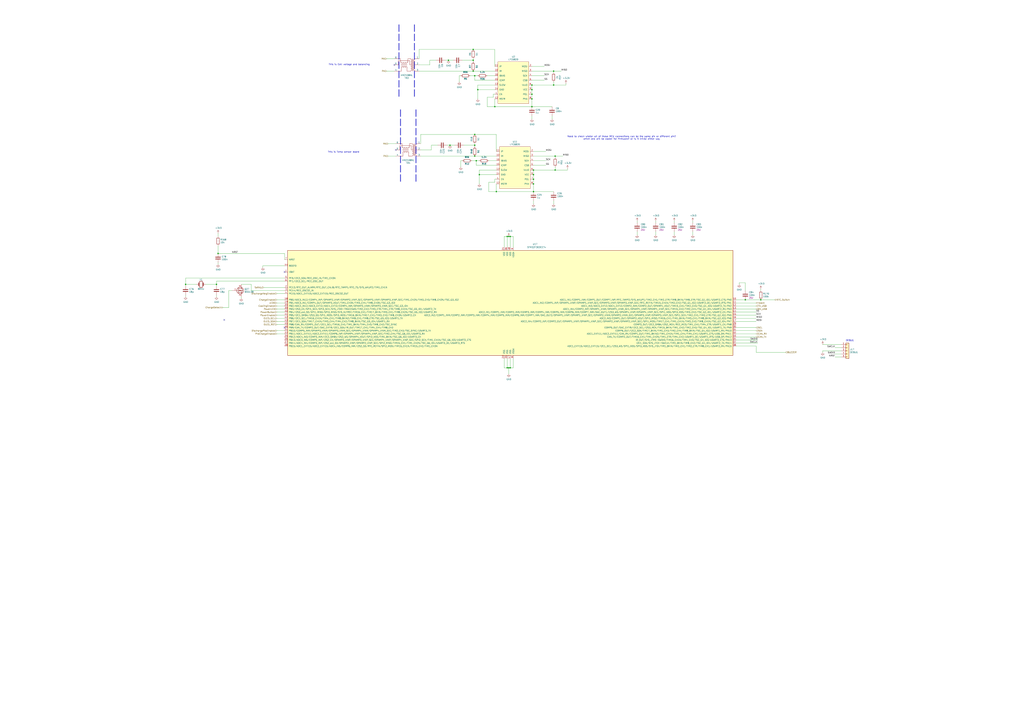
<source format=kicad_sch>
(kicad_sch (version 20250114) (generator "eeschema") (generator_version "9.0")
  (paper "A1")
  (lib_symbols
    (symbol "BMS-Master-rescue:+3.3V-power-BMS-Master-rescue" (power) (pin_names (offset 0))
      (property "Value" "+3.3V-power-BMS-Master-rescue" (at 0 3.556 0))
      (symbol "+3.3V-power-BMS-Master-rescue_1_1"
        (pin power_in line (at 0 0 90) (length 0) (hide yes) (name "+3V3") (number "1"))
      )
    )
    (symbol "BMS-Master-rescue:BSS138-Transistor_FET-BMS-Master-rescue" (pin_names (offset 0) (hide yes))
      (property "Reference" "Q" (at 5.08 1.905 0))
      (property "Value" "BSS138-Transistor_FET-BMS-Master-rescue" (at 5.08 0 0))
      (symbol "BSS138-Transistor_FET-BMS-Master-rescue_1_1"
        (pin input line (at -5.08 0 0) (length 5.334) (name "G") (number "1"))
        (pin passive line (at 2.54 5.08 270) (length 2.54) (name "D") (number "3"))
        (pin passive line (at 2.54 -5.08 90) (length 2.54) (name "S") (number "2"))
      )
    )
    (symbol "BMS-Master-rescue:C-Device-BMS-Master-rescue" (pin_numbers (hide yes)) (pin_names (offset 0.254))
      (property "Reference" "C" (at 0.635 2.54 0))
      (property "Value" "C-Device-BMS-Master-rescue" (at 0.635 -2.54 0))
      (symbol "C-Device-BMS-Master-rescue_1_1"
        (pin passive line (at 0 3.81 270) (length 2.794) (name "~") (number "1"))
        (pin passive line (at 0 -3.81 90) (length 2.794) (name "~") (number "2"))
      )
    )
    (symbol "BMS-Master-rescue:Conn_01x05-Connector_Generic-BMS-Master-rescue" (pin_names (offset 1.016) (hide yes))
      (property "Reference" "J" (at 0 7.62 0))
      (property "Value" "Conn_01x05-Connector_Generic-BMS-Master-rescue" (at 0 -7.62 0))
      (symbol "Conn_01x05-Connector_Generic-BMS-Master-rescue_1_1"
        (pin passive line (at -5.08 5.08 0) (length 3.81) (name "Pin_1") (number "1"))
        (pin passive line (at -5.08 2.54 0) (length 3.81) (name "Pin_2") (number "2"))
        (pin passive line (at -5.08 0 0) (length 3.81) (name "Pin_3") (number "3"))
        (pin passive line (at -5.08 -2.54 0) (length 3.81) (name "Pin_4") (number "4"))
        (pin passive line (at -5.08 -5.08 0) (length 3.81) (name "Pin_5") (number "5"))
      )
    )
    (symbol "BMS-Master-rescue:Crystal-Device-BMS-Master-rescue" (pin_numbers (hide yes)) (pin_names (offset 1.016) (hide yes))
      (property "Reference" "Y" (at 0 3.81 0))
      (property "Value" "Crystal-Device-BMS-Master-rescue" (at 0 -3.81 0))
      (symbol "Crystal-Device-BMS-Master-rescue_1_1"
        (pin passive line (at -3.81 0 0) (length 1.27) (name "1") (number "1"))
        (pin passive line (at 3.81 0 180) (length 1.27) (name "2") (number "2"))
      )
    )
    (symbol "BMS-Master-rescue:GND-power-BMS-Master-rescue" (power) (pin_names (offset 0))
      (property "Value" "GND-power-BMS-Master-rescue" (at 0 -3.81 0))
      (symbol "GND-power-BMS-Master-rescue_1_1"
        (pin power_in line (at 0 0 270) (length 0) (hide yes) (name "GND") (number "1"))
      )
    )
    (symbol "BMS-Master-rescue:R-Device-BMS-Master-rescue" (pin_numbers (hide yes)) (pin_names (offset 0))
      (property "Reference" "R" (at 2.032 0 90))
      (property "Value" "R-Device-BMS-Master-rescue" (at 0 0 90))
      (symbol "R-Device-BMS-Master-rescue_1_1"
        (pin passive line (at 0 3.81 270) (length 1.27) (name "~") (number "1"))
        (pin passive line (at 0 -3.81 90) (length 1.27) (name "~") (number "2"))
      )
    )
    (symbol "BMS-Master-rescue:STM32F303CCTx-MCU_ST_STM32-BMS-Master-rescue" (pin_names (offset 1.016))
      (property "Reference" "U" (at -182.88 43.815 0))
      (property "Value" "STM32F303CCTx-MCU_ST_STM32-BMS-Master-rescue" (at 182.88 43.815 0))
      (symbol "STM32F303CCTx-MCU_ST_STM32-BMS-Master-rescue_1_1"
        (pin input line (at -185.42 35.56 0) (length 2.54) (name "NRST") (number "7"))
        (pin input line (at -185.42 30.48 0) (length 2.54) (name "BOOT0") (number "44"))
        (pin power_in line (at -185.42 25.4 0) (length 2.54) (name "VBAT") (number "1"))
        (pin input line (at -185.42 20.32 0) (length 2.54) (name "PF0/I2C2_SDA/RCC_OSC_IN/TIM1_CH3N") (number "5"))
        (pin input line (at -185.42 17.78 0) (length 2.54) (name "PF1/I2C2_SCL/RCC_OSC_OUT") (number "6"))
        (pin bidirectional line (at -185.42 12.7 0) (length 2.54) (name "PC13/RTC_OUT_ALARM/RTC_OUT_CALIB/RTC_TAMP1/RTC_TS/SYS_WKUP2/TIM1_CH1N") (number "2"))
        (pin bidirectional line (at -185.42 10.16 0) (length 2.54) (name "PC14/RCC_OSC32_IN") (number "3"))
        (pin bidirectional line (at -185.42 7.62 0) (length 2.54) (name "PC15/ADC1_EXTI15/ADC2_EXTI15/RCC_OSC32_OUT") (number "4"))
        (pin bidirectional line (at -185.42 2.54 0) (length 2.54) (name "PB0/ADC3_IN12/COMP4_INP/OPAMP2_VINP/OPAMP2_VINP_SEC/OPAMP3_VINP/OPAMP3_VINP_SEC/TIM1_CH2N/TIM3_CH3/TIM8_CH2N/TSC_G3_IO2") (number "18"))
        (pin bidirectional line (at -185.42 0 0) (length 2.54) (name "PB1/ADC3_IN1/COMP4_OUT/OPAMP3_VOUT/TIM1_CH3N/TIM3_CH4/TIM8_CH3N/TSC_G3_IO3") (number "19"))
        (pin bidirectional line (at -185.42 -2.54 0) (length 2.54) (name "PB2/ADC2_IN12/ADC3_EXTI2/ADC4_EXTI2/COMP4_INM/OPAMP3_VINM/OPAMP3_VINM_SEC/TSC_G3_IO4") (number "20"))
        (pin bidirectional line (at -185.42 -5.08 0) (length 2.54) (name "PB3/I2S3_CK/SPI1_SCK/SPI3_SCK/SYS_JTDO-TRACESWO/TIM2_CH2/TIM3_ETR/TIM4_ETR/TIM8_CH1N/TSC_G5_IO1/USART2_TX") (number "39"))
        (pin bidirectional line (at -185.42 -7.62 0) (length 2.54) (name "PB4/I2S3_ext_SD/SPI1_MISO/SPI3_MISO/SYS_NJTRST/TIM16_CH1/TIM17_BKIN/TIM3_CH1/TIM8_CH2N/TSC_G5_IO2/USART2_RX") (number "40"))
        (pin bidirectional line (at -185.42 -10.16 0) (length 2.54) (name "PB5/I2C1_SMBA/I2S3_SD/SPI1_MOSI/SPI3_MOSI/TIM16_BKIN/TIM17_CH1/TIM3_CH2/TIM8_CH3N/USART2_CK") (number "41"))
        (pin bidirectional line (at -185.42 -12.7 0) (length 2.54) (name "PB6/I2C1_SCL/TIM16_CH1N/TIM4_CH1/TIM8_BKIN2/TIM8_CH1/TIM8_ETR/TSC_G5_IO3/USART1_TX") (number "42"))
        (pin bidirectional line (at -185.42 -15.24 0) (length 2.54) (name "PB7/I2C1_SDA/TIM17_CH1N/TIM3_CH4/TIM4_CH2/TIM8_BKIN/TSC_G5_IO4/USART1_RX") (number "43"))
        (pin bidirectional line (at -185.42 -17.78 0) (length 2.54) (name "PB8/CAN_RX/COMP1_OUT/I2C1_SCL/TIM16_CH1/TIM1_BKIN/TIM4_CH3/TIM8_CH2/TSC_SYNC") (number "45"))
        (pin bidirectional line (at -185.42 -20.32 0) (length 2.54) (name "PB9/CAN_TX/COMP2_OUT/DAC_EXTI9/I2C1_SDA/IR_OUT/TIM17_CH1/TIM4_CH4/TIM8_CH3") (number "46"))
        (pin bidirectional line (at -185.42 -22.86 0) (length 2.54) (name "PB10/COMP5_INM/OPAMP3_VINM/OPAMP3_VINM_SEC/OPAMP4_VINM/OPAMP4_VINM_SEC/TIM2_CH3/TSC_SYNC/USART3_TX") (number "21"))
        (pin bidirectional line (at -185.42 -25.4 0) (length 2.54) (name "PB11/ADC1_EXTI11/ADC2_EXTI11/COMP6_INP/OPAMP4_VINP/OPAMP4_VINP_SEC/TIM2_CH4/TSC_G6_IO1/USART3_RX") (number "22"))
        (pin bidirectional line (at -185.42 -27.94 0) (length 2.54) (name "PB12/ADC4_IN3/COMP3_INM/I2C2_SMBA/I2S2_WS/OPAMP4_VOUT/SPI2_NSS/TIM1_BKIN/TSC_G6_IO2/USART3_CK") (number "25"))
        (pin bidirectional line (at -185.42 -30.48 0) (length 2.54) (name "PB13/ADC3_IN5/COMP5_INP/I2S2_CK/OPAMP3_VINP/OPAMP3_VINP_SEC/OPAMP4_VINP/OPAMP4_VINP_SEC/SPI2_SCK/TIM1_CH1N/TSC_G6_IO3/USART3_CTS") (number "26"))
        (pin bidirectional line (at -185.42 -33.02 0) (length 2.54) (name "PB14/ADC4_IN4/COMP3_INP/I2S2_ext_SD/OPAMP2_VINP/OPAMP2_VINP_SEC/SPI2_MISO/TIM15_CH1/TIM1_CH2N/TSC_G6_IO4/USART3_DE/USART3_RTS") (number "27"))
        (pin bidirectional line (at -185.42 -35.56 0) (length 2.54) (name "PB15/ADC1_EXTI15/ADC2_EXTI15/ADC4_IN5/COMP6_INM/I2S2_SD/RTC_REFIN/SPI2_MOSI/TIM15_CH1N/TIM15_CH2/TIM1_CH3N") (number "28"))
        (pin power_in line (at -5.08 45.72 270) (length 2.54) (name "VDD") (number "24"))
        (pin power_in line (at -5.08 -45.72 90) (length 2.54) (name "VSS") (number "23"))
        (pin power_in line (at -2.54 45.72 270) (length 2.54) (name "VDD") (number "36"))
        (pin power_in line (at -2.54 -45.72 90) (length 2.54) (name "VSS") (number "35"))
        (pin power_in line (at 0 45.72 270) (length 2.54) (name "VDD") (number "48"))
        (pin power_in line (at 0 -45.72 90) (length 2.54) (name "VSS") (number "47"))
        (pin power_in line (at 2.54 45.72 270) (length 2.54) (name "VDDA") (number "9"))
        (pin power_in line (at 2.54 -45.72 90) (length 2.54) (name "VSSA") (number "8"))
        (pin bidirectional line (at 185.42 2.54 180) (length 2.54) (name "ADC1_IN1/COMP1_INM/COMP1_OUT/COMP7_INP/RTC_TAMP2/SYS_WKUP1/TIM2_CH1/TIM2_ETR/TIM8_BKIN/TIM8_ETR/TSC_G1_IO1/USART2_CTS/PA0") (number "10"))
        (pin bidirectional line (at 185.42 0 180) (length 2.54) (name "ADC1_IN2/COMP1_INP/OPAMP1_VINP/OPAMP1_VINP_SEC/OPAMP3_VINP/OPAMP3_VINP_SEC/RTC_REFIN/TIM15_CH1N/TIM2_CH2/TSC_G1_IO2/USART2_DE/USART2_RTS/PA1") (number "11"))
        (pin bidirectional line (at 185.42 -2.54 180) (length 2.54) (name "ADC1_IN3/ADC3_EXTI2/ADC4_EXTI2/COMP2_INM/COMP2_OUT/OPAMP1_VOUT/TIM15_CH1/TIM2_CH3/TSC_G1_IO3/USART2_TX/PA2") (number "12"))
        (pin bidirectional line (at 185.42 -5.08 180) (length 2.54) (name "ADC1_IN4/COMP2_INP/OPAMP1_VINM/OPAMP1_VINM_SEC/OPAMP1_VINP/OPAMP1_VINP_SEC/TIM15_CH2/TIM2_CH4/TSC_G1_IO4/USART2_RX/PA3") (number "13"))
        (pin bidirectional line (at 185.42 -7.62 180) (length 2.54) (name "ADC2_IN1/COMP1_INM/COMP2_INM/COMP3_INM/COMP4_INM/COMP5_INM/COMP6_INM/COMP7_INM/DAC_OUT1/I2S3_WS/OPAMP4_VINP/OPAMP4_VINP_SEC/SPI1_NSS/SPI3_NSS/TIM3_CH2/TSC_G2_IO1/USART2_CK/PA4") (number "14"))
        (pin bidirectional line (at 185.42 -10.16 180) (length 2.54) (name "ADC2_IN2/COMP1_INM/COMP2_INM/COMP3_INM/COMP4_INM/COMP5_INM/COMP6_INM/COMP7_INM/DAC_OUT2/OPAMP1_VINP/OPAMP1_VINP_SEC/OPAMP2_VINM/OPAMP2_VINM_SEC/OPAMP3_VINP/OPAMP3_VINP_SEC/SPI1_SCK/TIM2_CH1/TIM2_ETR/TSC_G2_IO2/PA5") (number "15"))
        (pin bidirectional line (at 185.42 -12.7 180) (length 2.54) (name "ADC2_IN3/COMP1_OUT/OPAMP2_VOUT/SPI1_MISO/TIM16_CH1/TIM1_BKIN/TIM3_CH1/TIM8_BKIN/TSC_G2_IO3/PA6") (number "16"))
        (pin bidirectional line (at 185.42 -15.24 180) (length 2.54) (name "ADC2_IN4/COMP2_INP/COMP2_OUT/OPAMP1_VINP/OPAMP1_VINP_SEC/OPAMP2_VINP/OPAMP2_VINP_SEC/SPI1_MOSI/TIM17_CH1/TIM1_CH1N/TIM3_CH2/TIM8_CH1N/TSC_G2_IO4/PA7") (number "17"))
        (pin bidirectional line (at 185.42 -17.78 180) (length 2.54) (name "COMP3_OUT/I2C2_SMBA/I2S2_MCK/RCC_MCO/TIM1_CH1/TIM4_ETR/USART1_CK/PA8") (number "29"))
        (pin bidirectional line (at 185.42 -20.32 180) (length 2.54) (name "COMP5_OUT/DAC_EXTI9/I2C2_SCL/I2S3_MCK/TIM15_BKIN/TIM1_CH2/TIM2_CH3/TSC_G4_IO1/USART1_TX/PA9") (number "30"))
        (pin bidirectional line (at 185.42 -22.86 180) (length 2.54) (name "COMP6_OUT/I2C2_SDA/TIM17_BKIN/TIM1_CH3/TIM2_CH4/TIM8_BKIN/TSC_G4_IO2/USART1_RX/PA10") (number "31"))
        (pin bidirectional line (at 185.42 -25.4 180) (length 2.54) (name "ADC1_EXTI11/ADC2_EXTI11/CAN_RX/COMP1_OUT/TIM1_BKIN2/TIM1_CH1N/TIM1_CH4/TIM4_CH1/USART1_CTS/USB_DM/PA11") (number "32"))
        (pin bidirectional line (at 185.42 -27.94 180) (length 2.54) (name "CAN_TX/COMP2_OUT/TIM16_CH1/TIM1_CH2N/TIM1_ETR/TIM4_CH2/USART1_DE/USART1_RTS/USB_DP/PA12") (number "33"))
        (pin bidirectional line (at 185.42 -30.48 180) (length 2.54) (name "IR_OUT/SYS_JTMS-SWDIO/TIM16_CH1N/TIM4_CH3/TSC_G4_IO3/USART3_CTS/PA13") (number "34"))
        (pin bidirectional line (at 185.42 -33.02 180) (length 2.54) (name "I2C1_SDA/SYS_JTCK-SWCLK/TIM1_BKIN/TIM8_CH2/TSC_G4_IO4/USART2_TX/PA14") (number "37"))
        (pin bidirectional line (at 185.42 -35.56 180) (length 2.54) (name "ADC1_EXTI15/ADC2_EXTI15/I2C1_SCL/I2S3_WS/SPI1_NSS/SPI3_NSS/SYS_JTDI/TIM1_BKIN/TIM2_CH1/TIM2_ETR/TIM8_CH1/USART2_RX/PA15") (number "38"))
      )
    )
    (symbol "Device:C" (pin_numbers (hide yes)) (pin_names (offset 0.254))
      (property "Reference" "C" (at 0.635 2.54 0))
      (property "Value" "C" (at 0.635 -2.54 0))
      (symbol "C_1_1"
        (pin passive line (at 0 3.81 270) (length 2.794) (name "~") (number "1"))
        (pin passive line (at 0 -3.81 90) (length 2.794) (name "~") (number "2"))
      )
    )
    (symbol "Device:R" (pin_numbers (hide yes)) (pin_names (offset 0))
      (property "Reference" "R" (at 2.032 0 90))
      (property "Value" "R" (at 0 0 90))
      (symbol "R_1_1"
        (pin passive line (at 0 3.81 270) (length 1.27) (name "~") (number "1"))
        (pin passive line (at 0 -3.81 90) (length 1.27) (name "~") (number "2"))
      )
    )
    (symbol "ENNOID:HM2108NL" (pin_numbers (hide yes)) (pin_names (offset 0))
      (property "Reference" "TR" (at 0 -13.97 0))
      (property "Value" "HM2108NL" (at -5.08 6.35 0))
      (symbol "HM2108NL_1_1"
        (pin passive line (at -15.24 3.81 0) (length 2.54) (name "4") (number "4"))
        (pin passive line (at -15.24 -1.27 0) (length 2.54) (name "5") (number "5"))
        (pin passive line (at -15.24 -6.35 0) (length 2.54) (name "6") (number "6"))
        (pin passive line (at 5.08 3.81 180) (length 2.54) (name "3") (number "3"))
        (pin passive line (at 5.08 -1.27 180) (length 2.54) (name "2") (number "2"))
        (pin passive line (at 5.08 -6.35 180) (length 2.54) (name "1") (number "1"))
      )
    )
    (symbol "ENNOID:LTC6820" (pin_names (offset 1.016))
      (property "Reference" "U" (at 10.16 13.97 0))
      (property "Value" "LTC6820" (at -8.89 13.97 0))
      (symbol "LTC6820_1_1"
        (pin input line (at -15.24 8.89 0) (length 2.54) (name "IP") (number "11"))
        (pin input line (at -15.24 5.08 0) (length 2.54) (name "IM") (number "10"))
        (pin input line (at -15.24 1.27 0) (length 2.54) (name "IBIAS") (number "16"))
        (pin input line (at -15.24 -2.54 0) (length 2.54) (name "ICMP") (number "15"))
        (pin input line (at -15.24 -6.35 0) (length 2.54) (name "SLOW") (number "13"))
        (pin input line (at -15.24 -10.16 0) (length 2.54) (name "GND") (number "14"))
        (pin input line (at -15.24 -13.97 0) (length 2.54) (name "EN") (number "1"))
        (pin input line (at -15.24 -17.78 0) (length 2.54) (name "MSTR") (number "12"))
        (pin input line (at 15.24 8.89 180) (length 2.54) (name "MOSI") (number "2"))
        (pin input line (at 15.24 5.08 180) (length 2.54) (name "MISO") (number "3"))
        (pin input line (at 15.24 1.27 180) (length 2.54) (name "SCK") (number "4"))
        (pin input line (at 15.24 -2.54 180) (length 2.54) (name "CSB") (number "5"))
        (pin input line (at 15.24 -6.35 180) (length 2.54) (name "Vcc0") (number "6"))
        (pin input line (at 15.24 -10.16 180) (length 2.54) (name "VCC") (number "9"))
        (pin input line (at 15.24 -13.97 180) (length 2.54) (name "POL") (number "7"))
        (pin input line (at 15.24 -17.78 180) (length 2.54) (name "PHA") (number "8"))
      )
    )
    (symbol "power:+3.3V" (power) (pin_numbers (hide yes)) (pin_names (offset 0) (hide yes))
      (property "Value" "+3.3V" (at 0 3.556 0))
      (symbol "+3.3V_1_1"
        (pin power_in line (at 0 0 90) (length 0) (name "~") (number "1"))
      )
    )
    (symbol "power:GND" (power) (pin_numbers (hide yes)) (pin_names (offset 0) (hide yes))
      (property "Value" "GND" (at 0 -3.81 0))
      (symbol "GND_1_1"
        (pin power_in line (at 0 0 270) (length 0) (name "~") (number "1"))
      )
    )
  )
  (text "This is Temp sensor board" (at 282.194 124.968 0) (effects (font (size 1.27 1.27))))
  (text "Need to check wheter all of these MCU connections can be the same pin or different pin?\nwhich one will be easier for firmware? or is it trivial either way" (at 510.54 113.284 0) (effects (font (size 1.27 1.27))))
  (text "This is Cell voltage and balancing" (at 286.766 53.086 0) (effects (font (size 1.27 1.27))))
  (text "DEBUG\n" (at 694.69 280.67 0) (effects (font (size 1.27 1.27)) (justify left bottom)))
  (junction (at 454.66 58.42))
  (junction (at 455.93 128.27))
  (junction (at 389.89 128.27))
  (junction (at 454.66 69.85))
  (junction (at 438.15 157.48))
  (junction (at 369.57 119.38))
  (junction (at 419.1 302.26))
  (junction (at 436.88 81.28))
  (junction (at 388.62 49.53))
  (junction (at 436.88 77.47))
  (junction (at 417.83 302.26))
  (junction (at 406.4 87.63))
  (junction (at 389.89 110.49))
  (junction (at 612.14 246.38))
  (junction (at 393.7 143.51))
  (junction (at 388.62 40.64))
  (junction (at 438.15 139.7))
  (junction (at 438.15 147.32))
  (junction (at 416.56 194.31))
  (junction (at 438.15 151.13))
  (junction (at 455.93 139.7))
  (junction (at 436.88 87.63))
  (junction (at 407.67 157.48))
  (junction (at 389.89 62.23))
  (junction (at 152.4 233.68))
  (junction (at 419.1 194.31))
  (junction (at 389.89 119.38))
  (junction (at 368.3 49.53))
  (junction (at 388.62 58.42))
  (junction (at 179.07 208.28))
  (junction (at 391.16 132.08))
  (junction (at 436.88 69.85))
  (junction (at 392.43 73.66))
  (junction (at 416.56 302.26))
  (junction (at 438.15 143.51))
  (junction (at 177.8 233.68))
  (junction (at 436.88 73.66))
  (junction (at 624.84 246.38))
  (junction (at 417.83 194.31))
  (no_connect (at 233.68 269.24))
  (no_connect (at 325.12 123.19))
  (no_connect (at 323.85 53.34))
  (no_connect (at 184.15 262.89))
  (no_connect (at 233.68 223.52))
  (wire (pts (xy 345.44 128.27) (xy 389.89 128.27)))
  (wire (pts (xy 233.68 264.16) (xy 227.33 264.16)))
  (wire (pts (xy 401.32 157.48) (xy 407.67 157.48)))
  (wire (pts (xy 177.8 233.68) (xy 177.8 231.14)))
  (wire (pts (xy 621.03 269.24) (xy 604.52 269.24)))
  (wire (pts (xy 406.4 87.63) (xy 436.88 87.63)))
  (wire (pts (xy 438.15 135.89) (xy 448.31 135.89)))
  (wire (pts (xy 419.1 302.26) (xy 421.64 302.26)))
  (wire (pts (xy 233.68 238.76) (xy 206.375 238.76)))
  (wire (pts (xy 436.88 81.28) (xy 436.88 87.63)))
  (wire (pts (xy 227.33 248.92) (xy 233.68 248.92)))
  (wire (pts (xy 377.19 62.23) (xy 378.46 62.23)))
  (wire (pts (xy 198.12 243.84) (xy 198.12 245.11)))
  (wire (pts (xy 406.4 40.64) (xy 388.62 40.64)))
  (wire (pts (xy 391.16 132.08) (xy 391.16 135.89)))
  (wire (pts (xy 368.3 49.53) (xy 365.76 49.53)))
  (wire (pts (xy 354.33 123.19) (xy 345.44 123.19)))
  (wire (pts (xy 436.88 54.61) (xy 447.04 54.61)))
  (wire (pts (xy 604.52 251.46) (xy 621.03 251.46)))
  (polyline (pts (xy 328.93 90.17) (xy 328.93 149.86)) (stroke (width 0.508) (type dash)))
  (wire (pts (xy 344.17 40.64) (xy 344.17 48.26)))
  (wire (pts (xy 405.13 80.01) (xy 405.13 77.47)))
  (wire (pts (xy 455.93 139.7) (xy 466.09 139.7)))
  (wire (pts (xy 406.4 69.85) (xy 392.43 69.85)))
  (wire (pts (xy 317.5 58.42) (xy 323.85 58.42)))
  (wire (pts (xy 436.88 62.23) (xy 447.04 62.23)))
  (wire (pts (xy 685.8 290.83) (xy 690.88 290.83)))
  (wire (pts (xy 179.07 191.77) (xy 179.07 194.31)))
  (wire (pts (xy 538.48 182.88) (xy 538.48 181.61)))
  (wire (pts (xy 400.05 62.23) (xy 406.4 62.23)))
  (wire (pts (xy 685.8 293.37) (xy 690.88 293.37)))
  (wire (pts (xy 378.46 132.08) (xy 379.73 132.08)))
  (wire (pts (xy 454.66 69.85) (xy 464.82 69.85)))
  (wire (pts (xy 419.1 194.31) (xy 421.64 194.31)))
  (wire (pts (xy 607.06 232.41) (xy 612.14 232.41)))
  (wire (pts (xy 389.89 66.04) (xy 406.4 66.04)))
  (wire (pts (xy 358.14 49.53) (xy 353.06 49.53)))
  (wire (pts (xy 455.93 128.27) (xy 462.28 128.27)))
  (wire (pts (xy 436.88 58.42) (xy 454.66 58.42)))
  (wire (pts (xy 206.375 233.68) (xy 206.375 238.76)))
  (wire (pts (xy 607.06 233.68) (xy 607.06 232.41)))
  (wire (pts (xy 405.13 77.47) (xy 406.4 77.47)))
  (wire (pts (xy 416.56 294.64) (xy 416.56 302.26)))
  (wire (pts (xy 198.12 233.68) (xy 206.375 233.68)))
  (wire (pts (xy 421.64 302.26) (xy 421.64 294.64)))
  (wire (pts (xy 406.4 147.32) (xy 407.67 147.32)))
  (wire (pts (xy 436.88 77.47) (xy 436.88 73.66)))
  (wire (pts (xy 604.52 256.54) (xy 621.03 256.54)))
  (wire (pts (xy 393.7 143.51) (xy 407.67 143.51)))
  (wire (pts (xy 604.52 259.08) (xy 621.03 259.08)))
  (wire (pts (xy 392.43 69.85) (xy 392.43 73.66)))
  (wire (pts (xy 438.15 151.13) (xy 438.15 157.48)))
  (wire (pts (xy 438.15 147.32) (xy 438.15 143.51)))
  (wire (pts (xy 690.88 285.75) (xy 685.8 285.75)))
  (wire (pts (xy 414.02 194.31) (xy 416.56 194.31)))
  (wire (pts (xy 454.66 59.69) (xy 454.66 58.42)))
  (wire (pts (xy 417.83 194.31) (xy 419.1 194.31)))
  (wire (pts (xy 152.4 233.68) (xy 152.4 234.95)))
  (wire (pts (xy 568.96 193.04) (xy 568.96 190.5)))
  (wire (pts (xy 152.4 228.6) (xy 152.4 233.68)))
  (polyline (pts (xy 340.36 20.32) (xy 340.36 80.01)) (stroke (width 0.508) (type dash)))
  (wire (pts (xy 389.89 128.27) (xy 407.67 128.27)))
  (wire (pts (xy 378.46 137.16) (xy 378.46 132.08)))
  (wire (pts (xy 389.89 119.38) (xy 389.89 118.11)))
  (wire (pts (xy 353.06 49.53) (xy 353.06 53.34)))
  (wire (pts (xy 400.05 80.01) (xy 400.05 87.63)))
  (wire (pts (xy 182.88 252.73) (xy 187.96 252.73)))
  (wire (pts (xy 438.15 132.08) (xy 448.31 132.08)))
  (wire (pts (xy 455.93 137.16) (xy 455.93 139.7)))
  (wire (pts (xy 317.5 48.26) (xy 323.85 48.26)))
  (polyline (pts (xy 327.66 20.32) (xy 327.66 80.01)) (stroke (width 0.508) (type dash)))
  (wire (pts (xy 227.33 254) (xy 233.68 254)))
  (wire (pts (xy 675.64 289.56) (xy 675.64 288.29)))
  (wire (pts (xy 604.52 264.16) (xy 621.03 264.16)))
  (wire (pts (xy 401.32 149.86) (xy 401.32 157.48)))
  (wire (pts (xy 419.1 294.64) (xy 419.1 302.26)))
  (wire (pts (xy 407.67 151.13) (xy 407.67 157.48)))
  (wire (pts (xy 388.62 49.53) (xy 388.62 50.8)))
  (wire (pts (xy 177.8 242.57) (xy 177.8 243.84)))
  (wire (pts (xy 177.8 234.95) (xy 177.8 233.68)))
  (wire (pts (xy 216.535 236.22) (xy 233.68 236.22)))
  (wire (pts (xy 227.33 251.46) (xy 233.68 251.46)))
  (wire (pts (xy 179.07 208.28) (xy 233.68 208.28)))
  (wire (pts (xy 379.73 49.53) (xy 388.62 49.53)))
  (wire (pts (xy 179.07 215.9) (xy 179.07 217.17)))
  (wire (pts (xy 227.33 261.62) (xy 233.68 261.62)))
  (wire (pts (xy 455.93 139.7) (xy 438.15 139.7)))
  (wire (pts (xy 454.66 165.1) (xy 454.66 167.64)))
  (wire (pts (xy 624.84 246.38) (xy 636.27 246.38)))
  (wire (pts (xy 407.67 139.7) (xy 393.7 139.7)))
  (wire (pts (xy 436.88 66.04) (xy 447.04 66.04)))
  (wire (pts (xy 538.48 193.04) (xy 538.48 190.5)))
  (wire (pts (xy 523.24 193.04) (xy 523.24 190.5)))
  (wire (pts (xy 187.96 238.76) (xy 190.5 238.76)))
  (wire (pts (xy 419.1 203.2) (xy 419.1 194.31)))
  (wire (pts (xy 353.06 53.34) (xy 344.17 53.34)))
  (wire (pts (xy 438.15 151.13) (xy 438.15 147.32)))
  (wire (pts (xy 406.4 40.64) (xy 406.4 54.61)))
  (wire (pts (xy 389.89 62.23) (xy 392.43 62.23)))
  (wire (pts (xy 604.52 276.86) (xy 621.03 276.86)))
  (wire (pts (xy 359.41 119.38) (xy 354.33 119.38)))
  (wire (pts (xy 227.33 256.54) (xy 233.68 256.54)))
  (wire (pts (xy 436.88 95.25) (xy 436.88 97.79)))
  (wire (pts (xy 386.08 62.23) (xy 389.89 62.23)))
  (wire (pts (xy 406.4 149.86) (xy 406.4 147.32)))
  (wire (pts (xy 392.43 73.66) (xy 406.4 73.66)))
  (wire (pts (xy 436.88 81.28) (xy 436.88 77.47)))
  (wire (pts (xy 438.15 165.1) (xy 438.15 167.64)))
  (wire (pts (xy 233.68 228.6) (xy 152.4 228.6)))
  (wire (pts (xy 604.52 261.62) (xy 621.03 261.62)))
  (wire (pts (xy 417.83 302.26) (xy 417.83 307.34)))
  (wire (pts (xy 391.16 132.08) (xy 393.7 132.08)))
  (wire (pts (xy 612.14 232.41) (xy 612.14 238.76)))
  (wire (pts (xy 421.64 194.31) (xy 421.64 203.2)))
  (wire (pts (xy 406.4 81.28) (xy 406.4 87.63)))
  (wire (pts (xy 318.77 128.27) (xy 325.12 128.27)))
  (wire (pts (xy 354.33 119.38) (xy 354.33 123.19)))
  (wire (pts (xy 604.52 248.92) (xy 621.03 248.92)))
  (wire (pts (xy 388.62 58.42) (xy 406.4 58.42)))
  (wire (pts (xy 612.14 246.38) (xy 624.84 246.38)))
  (wire (pts (xy 454.66 58.42) (xy 461.01 58.42)))
  (wire (pts (xy 215.9 218.44) (xy 233.68 218.44)))
  (wire (pts (xy 621.03 274.32) (xy 604.52 274.32)))
  (wire (pts (xy 553.72 193.04) (xy 553.72 190.5)))
  (wire (pts (xy 233.68 208.28) (xy 233.68 213.36)))
  (wire (pts (xy 621.03 284.48) (xy 604.52 284.48)))
  (wire (pts (xy 227.33 266.7) (xy 233.68 266.7)))
  (wire (pts (xy 621.03 271.78) (xy 604.52 271.78)))
  (wire (pts (xy 523.24 182.88) (xy 523.24 181.61)))
  (wire (pts (xy 438.15 128.27) (xy 455.93 128.27)))
  (wire (pts (xy 407.67 110.49) (xy 407.67 124.46)))
  (wire (pts (xy 553.72 182.88) (xy 553.72 181.61)))
  (wire (pts (xy 436.88 73.66) (xy 436.88 69.85)))
  (wire (pts (xy 645.16 289.56) (xy 621.03 289.56)))
  (wire (pts (xy 381 119.38) (xy 389.89 119.38)))
  (wire (pts (xy 400.05 87.63) (xy 406.4 87.63)))
  (wire (pts (xy 438.15 124.46) (xy 448.31 124.46)))
  (wire (pts (xy 344.17 58.42) (xy 388.62 58.42)))
  (wire (pts (xy 373.38 119.38) (xy 369.57 119.38)))
  (wire (pts (xy 377.19 67.31) (xy 377.19 62.23)))
  (wire (pts (xy 675.64 283.21) (xy 690.88 283.21)))
  (wire (pts (xy 388.62 49.53) (xy 388.62 48.26)))
  (wire (pts (xy 622.3 281.94) (xy 604.52 281.94)))
  (wire (pts (xy 227.33 246.38) (xy 233.68 246.38)))
  (wire (pts (xy 455.93 129.54) (xy 455.93 128.27)))
  (wire (pts (xy 464.82 68.58) (xy 464.82 69.85)))
  (wire (pts (xy 401.32 132.08) (xy 407.67 132.08)))
  (wire (pts (xy 417.83 302.26) (xy 419.1 302.26)))
  (wire (pts (xy 227.33 259.08) (xy 233.68 259.08)))
  (wire (pts (xy 387.35 132.08) (xy 391.16 132.08)))
  (wire (pts (xy 215.9 218.44) (xy 215.9 219.71)))
  (wire (pts (xy 369.57 119.38) (xy 367.03 119.38)))
  (wire (pts (xy 604.52 246.38) (xy 612.14 246.38)))
  (wire (pts (xy 392.43 73.66) (xy 392.43 81.28)))
  (wire (pts (xy 407.67 110.49) (xy 389.89 110.49)))
  (wire (pts (xy 454.66 67.31) (xy 454.66 69.85)))
  (wire (pts (xy 168.91 233.68) (xy 177.8 233.68)))
  (wire (pts (xy 152.4 242.57) (xy 152.4 243.84)))
  (polyline (pts (xy 341.63 90.17) (xy 341.63 149.86)) (stroke (width 0.508) (type dash)))
  (wire (pts (xy 454.66 69.85) (xy 436.88 69.85)))
  (wire (pts (xy 393.7 143.51) (xy 393.7 151.13)))
  (wire (pts (xy 372.11 49.53) (xy 368.3 49.53)))
  (wire (pts (xy 414.02 203.2) (xy 414.02 194.31)))
  (wire (pts (xy 624.84 237.49) (xy 624.84 238.76)))
  (wire (pts (xy 161.29 233.68) (xy 152.4 233.68)))
  (wire (pts (xy 568.96 182.88) (xy 568.96 181.61)))
  (wire (pts (xy 414.02 302.26) (xy 416.56 302.26)))
  (wire (pts (xy 187.96 252.73) (xy 187.96 238.76)))
  (wire (pts (xy 179.07 201.93) (xy 179.07 208.28)))
  (wire (pts (xy 438.15 143.51) (xy 438.15 139.7)))
  (wire (pts (xy 416.56 194.31) (xy 417.83 194.31)))
  (wire (pts (xy 389.89 62.23) (xy 389.89 66.04)))
  (wire (pts (xy 453.39 95.25) (xy 453.39 97.79)))
  (wire (pts (xy 393.7 139.7) (xy 393.7 143.51)))
  (wire (pts (xy 388.62 40.64) (xy 344.17 40.64)))
  (wire (pts (xy 400.05 80.01) (xy 405.13 80.01)))
  (wire (pts (xy 177.8 231.14) (xy 233.68 231.14)))
  (wire (pts (xy 466.09 138.43) (xy 466.09 139.7)))
  (wire (pts (xy 416.56 203.2) (xy 416.56 194.31)))
  (wire (pts (xy 227.33 274.32) (xy 233.68 274.32)))
  (wire (pts (xy 227.33 271.78) (xy 233.68 271.78)))
  (wire (pts (xy 436.88 87.63) (xy 453.39 87.63)))
  (wire (pts (xy 604.52 254) (xy 621.03 254)))
  (wire (pts (xy 407.67 157.48) (xy 438.15 157.48)))
  (wire (pts (xy 416.56 302.26) (xy 417.83 302.26)))
  (wire (pts (xy 621.03 289.56) (xy 621.03 284.48)))
  (wire (pts (xy 401.32 149.86) (xy 406.4 149.86)))
  (wire (pts (xy 345.44 110.49) (xy 345.44 118.11)))
  (wire (pts (xy 389.89 119.38) (xy 389.89 120.65)))
  (wire (pts (xy 622.3 279.4) (xy 604.52 279.4)))
  (wire (pts (xy 389.89 110.49) (xy 345.44 110.49)))
  (wire (pts (xy 675.64 288.29) (xy 690.88 288.29)))
  (wire (pts (xy 438.15 157.48) (xy 454.66 157.48)))
  (wire (pts (xy 391.16 135.89) (xy 407.67 135.89)))
  (wire (pts (xy 414.02 294.64) (xy 414.02 302.26)))
  (wire (pts (xy 318.77 118.11) (xy 325.12 118.11)))
  (wire (pts (xy 227.33 241.3) (xy 233.68 241.3)))
  (label "MISO" (at 621.03 261.62 0))
  (label "MISO" (at 462.28 128.27 0))
  (label "NRST" (at 190.5 208.28 0))
  (label "SWDIO" (at 685.8 290.83 180))
  (label "SWCLK" (at 622.3 281.94 180))
  (label "MOSI" (at 448.31 124.46 0))
  (label "SS" (at 621.03 256.54 0))
  (label "SCK" (at 448.31 132.08 0))
  (label "SS" (at 448.31 135.89 0))
  (label "SCK" (at 447.04 62.23 0))
  (label "SCK" (at 621.03 259.08 0))
  (label "MOSI" (at 447.04 54.61 0))
  (label "MISO" (at 461.01 58.42 0))
  (label "MOSI" (at 621.03 264.16 0))
  (label "SWDIO" (at 622.3 279.4 180))
  (label "SWCLK" (at 685.8 285.75 180))
  (label "SS" (at 447.04 66.04 0))
  (label "NRST" (at 685.8 293.37 180))
  (hierarchical_label "SCL" (shape input) (at 621.03 269.24 0))
  (hierarchical_label "MA" (shape input) (at 317.5 48.26 180))
  (hierarchical_label "BUZZER" (shape input) (at 645.16 289.56 0))
  (hierarchical_label "PA" (shape input) (at 318.77 128.27 180))
  (hierarchical_label "ChargeDetect" (shape bidirectional) (at 182.88 252.73 180))
  (hierarchical_label "CAN_TX" (shape input) (at 621.03 276.86 0))
  (hierarchical_label "PowerLED" (shape input) (at 227.33 254 180))
  (hierarchical_label "NTC_Switch" (shape bidirectional) (at 636.27 246.38 0))
  (hierarchical_label "Safety" (shape input) (at 216.535 236.22 180))
  (hierarchical_label "OLED_SCL" (shape input) (at 227.33 261.62 180))
  (hierarchical_label "CoolingEnable" (shape input) (at 227.33 251.46 180))
  (hierarchical_label "MA" (shape input) (at 318.77 118.11 180))
  (hierarchical_label "LED0" (shape input) (at 227.33 248.92 180))
  (hierarchical_label "OLED_SDA" (shape input) (at 227.33 264.16 180))
  (hierarchical_label "DischargePosEnable" (shape input) (at 227.33 271.78 180))
  (hierarchical_label "CAN_RX" (shape input) (at 621.03 274.32 0))
  (hierarchical_label "Vpack" (shape bidirectional) (at 621.03 248.92 0))
  (hierarchical_label "PowerEnable" (shape input) (at 227.33 259.08 180))
  (hierarchical_label "PowerButton" (shape input) (at 227.33 256.54 180))
  (hierarchical_label "PA" (shape input) (at 317.5 58.42 180))
  (hierarchical_label "RX_USB" (shape input) (at 621.03 254 0))
  (hierarchical_label "DischargeNegEnable" (shape input) (at 227.33 241.3 180))
  (hierarchical_label "ChargeEnable" (shape input) (at 227.33 246.38 180))
  (hierarchical_label "PreChargeEnable" (shape input) (at 227.33 274.32 180))
  (hierarchical_label "TX_USB" (shape input) (at 621.03 251.46 0))
  (hierarchical_label "OLED_RST" (shape input) (at 227.33 266.7 180))
  (hierarchical_label "SDA" (shape input) (at 621.03 271.78 0))
  (symbol (lib_id "BMS-Master-rescue:STM32F303CCTx-MCU_ST_STM32-BMS-Master-rescue") (at 419.1 248.92 0) (unit 1)
    (property "Reference" "U17" (at 439.42 200.66 0))
    (property "Value" "STM32F303CCTx" (at 440.69 203.2 0))
    (property "Footprint" "Housings_QFP:LQFP-48_7x7mm_Pitch0.5mm" (effects (hide yes)))
    (property "Datasheet" "http://www.st.com/st-web-ui/static/active/en/resource/technical/document/datasheet/DM00058181.pdf" (effects (hide yes)))
    (property "MPN" "STM32F303CCT6" (effects (hide yes)))
  )
  (symbol (lib_id "BMS-Master-rescue:GND-power-BMS-Master-rescue") (at 417.83 307.34 0) (unit 1)
    (property "Reference" "#PWR0224" (effects (hide yes)))
    (property "Value" "GND" (at 417.957 311.7342 0))
  )
  (symbol (lib_id "BMS-Master-rescue:C-Device-BMS-Master-rescue") (at 177.8 238.76 0) (unit 1)
    (property "Reference" "C77" (at 180.721 237.5916 0) (effects (justify left)))
    (property "Value" "18p" (at 180.721 239.903 0) (effects (justify left)))
    (property "Footprint" "Capacitor_SMD:C_0603_1608Metric" (effects (hide yes)))
    (property "Voltage" "50V" (effects (hide yes)))
    (property "MPN" "GRM1885C1H180JA01D" (effects (hide yes)))
  )
  (symbol (lib_id "BMS-Master-rescue:C-Device-BMS-Master-rescue") (at 152.4 238.76 0) (unit 1)
    (property "Reference" "C76" (at 155.321 237.5916 0) (effects (justify left)))
    (property "Value" "18p" (at 155.321 239.903 0) (effects (justify left)))
    (property "Footprint" "Capacitor_SMD:C_0603_1608Metric" (effects (hide yes)))
    (property "Voltage" "50V" (effects (hide yes)))
    (property "MPN" "GRM1885C1H180JA01D" (effects (hide yes)))
  )
  (symbol (lib_id "BMS-Master-rescue:Crystal-Device-BMS-Master-rescue") (at 165.1 233.68 0) (unit 1)
    (property "Reference" "Y1" (at 165.1 229.87 0))
    (property "Value" "8MHz" (at 165.1 237.49 0))
    (property "Footprint" "Crystals:Crystal_SMD_Abracon_ABM3-2pin_5.0x3.2mm" (effects (hide yes)))
    (property "MPN" "ABM3-8.000MHZ-D2Y-T" (effects (hide yes)))
  )
  (symbol (lib_id "BMS-Master-rescue:GND-power-BMS-Master-rescue") (at 152.4 243.84 0) (unit 1)
    (property "Reference" "#PWR0225" (effects (hide yes)))
    (property "Value" "GND" (at 152.527 248.2342 0))
  )
  (symbol (lib_id "BMS-Master-rescue:GND-power-BMS-Master-rescue") (at 177.8 243.84 0) (unit 1)
    (property "Reference" "#PWR0226" (effects (hide yes)))
    (property "Value" "GND" (at 177.927 248.2342 0))
  )
  (symbol (lib_id "BMS-Master-rescue:GND-power-BMS-Master-rescue") (at 198.12 245.11 0) (unit 1)
    (property "Reference" "#PWR0227" (effects (hide yes)))
    (property "Value" "GND" (at 198.247 249.5042 0))
  )
  (symbol (lib_id "BMS-Master-rescue:Conn_01x05-Connector_Generic-BMS-Master-rescue") (at 695.96 288.29 0) (unit 1)
    (property "Reference" "J17" (at 697.992 287.2232 0) (effects (justify left)))
    (property "Value" "DEBUG" (at 697.992 289.5346 0) (effects (justify left)))
    (property "Footprint" "Connector_Molex:Molex_PicoBlade_53398-0571_1x05-1MP_P1.25mm_Vertical" (effects (hide yes)))
    (property "MPN" "53398-0571 " (effects (hide yes)))
  )
  (symbol (lib_id "BMS-Master-rescue:GND-power-BMS-Master-rescue") (at 675.64 289.56 0) (unit 1)
    (property "Reference" "#PWR0239" (effects (hide yes)))
    (property "Value" "GND" (at 675.767 293.9542 0))
  )
  (symbol (lib_id "BMS-Master-rescue:C-Device-BMS-Master-rescue") (at 179.07 212.09 0) (unit 1)
    (property "Reference" "C78" (at 181.991 210.9216 0) (effects (justify left)))
    (property "Value" "100n" (at 181.991 213.233 0) (effects (justify left)))
    (property "Footprint" "Capacitor_SMD:C_0603_1608Metric" (effects (hide yes)))
    (property "MPN" "GRM188R71E104KA01D" (effects (hide yes)))
  )
  (symbol (lib_id "BMS-Master-rescue:GND-power-BMS-Master-rescue") (at 179.07 217.17 0) (unit 1)
    (property "Reference" "#PWR0228" (effects (hide yes)))
    (property "Value" "GND" (at 179.197 221.5642 0))
  )
  (symbol (lib_id "BMS-Master-rescue:+3.3V-power-BMS-Master-rescue") (at 675.64 283.21 0) (unit 1)
    (property "Reference" "#PWR0240" (effects (hide yes)))
    (property "Value" "+3V3" (at 676.021 278.8158 0))
  )
  (symbol (lib_id "BMS-Master-rescue:+3.3V-power-BMS-Master-rescue") (at 417.83 194.31 0) (unit 1)
    (property "Reference" "#PWR0229" (effects (hide yes)))
    (property "Value" "+3V3" (at 418.211 189.9158 0))
  )
  (symbol (lib_id "BMS-Master-rescue:+3.3V-power-BMS-Master-rescue") (at 523.24 181.61 0) (unit 1)
    (property "Reference" "#PWR0230" (effects (hide yes)))
    (property "Value" "+3V3" (at 523.621 177.2158 0))
  )
  (symbol (lib_id "BMS-Master-rescue:C-Device-BMS-Master-rescue") (at 523.24 186.69 0) (unit 1)
    (property "Reference" "C80" (at 526.161 184.3786 0) (effects (justify left)))
    (property "Value" "100n" (at 526.161 186.69 0) (effects (justify left)))
    (property "Footprint" "Capacitor_SMD:C_0603_1608Metric" (effects (hide yes)))
    (property "Voltage" "25V" (at 526.161 189.0014 0) (effects (justify left)))
    (property "MPN" "GRM188R71E104KA01D" (effects (hide yes)))
  )
  (symbol (lib_id "BMS-Master-rescue:GND-power-BMS-Master-rescue") (at 523.24 193.04 0) (unit 1)
    (property "Reference" "#PWR0231" (effects (hide yes)))
    (property "Value" "GND" (at 523.367 197.4342 0))
  )
  (symbol (lib_id "BMS-Master-rescue:+3.3V-power-BMS-Master-rescue") (at 538.48 181.61 0) (unit 1)
    (property "Reference" "#PWR0232" (effects (hide yes)))
    (property "Value" "+3V3" (at 538.861 177.2158 0))
  )
  (symbol (lib_id "BMS-Master-rescue:C-Device-BMS-Master-rescue") (at 538.48 186.69 0) (unit 1)
    (property "Reference" "C81" (at 541.401 184.3786 0) (effects (justify left)))
    (property "Value" "100n" (at 541.401 186.69 0) (effects (justify left)))
    (property "Footprint" "Capacitor_SMD:C_0603_1608Metric" (effects (hide yes)))
    (property "Voltage" "25V" (at 541.401 189.0014 0) (effects (justify left)))
    (property "MPN" "GRM188R71E104KA01D" (effects (hide yes)))
  )
  (symbol (lib_id "BMS-Master-rescue:GND-power-BMS-Master-rescue") (at 538.48 193.04 0) (unit 1)
    (property "Reference" "#PWR0233" (effects (hide yes)))
    (property "Value" "GND" (at 538.607 197.4342 0))
  )
  (symbol (lib_id "BMS-Master-rescue:+3.3V-power-BMS-Master-rescue") (at 553.72 181.61 0) (unit 1)
    (property "Reference" "#PWR0234" (effects (hide yes)))
    (property "Value" "+3V3" (at 554.101 177.2158 0))
  )
  (symbol (lib_id "BMS-Master-rescue:C-Device-BMS-Master-rescue") (at 553.72 186.69 0) (unit 1)
    (property "Reference" "C82" (at 556.641 184.3786 0) (effects (justify left)))
    (property "Value" "100n" (at 556.641 186.69 0) (effects (justify left)))
    (property "Footprint" "Capacitor_SMD:C_0603_1608Metric" (effects (hide yes)))
    (property "Voltage" "25V" (at 556.641 189.0014 0) (effects (justify left)))
    (property "MPN" "GRM188R71E104KA01D" (effects (hide yes)))
  )
  (symbol (lib_id "BMS-Master-rescue:GND-power-BMS-Master-rescue") (at 553.72 193.04 0) (unit 1)
    (property "Reference" "#PWR0235" (effects (hide yes)))
    (property "Value" "GND" (at 553.847 197.4342 0))
  )
  (symbol (lib_id "BMS-Master-rescue:+3.3V-power-BMS-Master-rescue") (at 568.96 181.61 0) (unit 1)
    (property "Reference" "#PWR0236" (effects (hide yes)))
    (property "Value" "+3V3" (at 569.341 177.2158 0))
  )
  (symbol (lib_id "BMS-Master-rescue:C-Device-BMS-Master-rescue") (at 568.96 186.69 0) (unit 1)
    (property "Reference" "C83" (at 571.881 184.3786 0) (effects (justify left)))
    (property "Value" "100n" (at 571.881 186.69 0) (effects (justify left)))
    (property "Footprint" "Capacitor_SMD:C_0603_1608Metric" (effects (hide yes)))
    (property "Voltage" "25V" (at 571.881 189.0014 0) (effects (justify left)))
    (property "MPN" "GRM188R71E104KA01D" (effects (hide yes)))
  )
  (symbol (lib_id "BMS-Master-rescue:GND-power-BMS-Master-rescue") (at 568.96 193.04 0) (unit 1)
    (property "Reference" "#PWR0237" (effects (hide yes)))
    (property "Value" "GND" (at 569.087 197.4342 0))
  )
  (symbol (lib_id "BMS-Master-rescue:GND-power-BMS-Master-rescue") (at 215.9 219.71 0) (unit 1)
    (property "Reference" "#PWR0238" (effects (hide yes)))
    (property "Value" "GND" (at 216.027 224.1042 0))
  )
  (symbol (lib_id "BMS-Master-rescue:BSS138-Transistor_FET-BMS-Master-rescue") (at 195.58 238.76 0) (unit 1)
    (property "Reference" "Q27" (at 200.787 237.5916 0) (effects (justify left)))
    (property "Value" "BSS138" (at 200.787 239.903 0) (effects (justify left)))
    (property "Footprint" "TO_SOT_Packages_SMD:SOT-23" (effects (hide yes)))
    (property "Datasheet" "https://www.fairchildsemi.com/datasheets/BS/BSS138.pdf" (effects (hide yes)))
    (property "MPN" "BSS138" (effects (hide yes)))
  )
  (symbol (lib_id "BMS-Master-rescue:C-Device-BMS-Master-rescue") (at 612.14 242.57 0) (unit 1)
    (property "Reference" "C84" (at 615.061 240.2586 0) (effects (justify left)))
    (property "Value" "100n" (at 615.061 242.57 0) (effects (justify left)))
    (property "Footprint" "Capacitor_SMD:C_0603_1608Metric" (effects (hide yes)))
    (property "Voltage" "25V" (at 615.061 244.8814 0) (effects (justify left)))
    (property "MPN" "GRM188R71E104KA01D" (effects (hide yes)))
  )
  (symbol (lib_id "BMS-Master-rescue:R-Device-BMS-Master-rescue") (at 624.84 242.57 0) (unit 1)
    (property "Reference" "R170" (at 626.618 241.4016 0) (effects (justify left)))
    (property "Value" "100k" (at 626.618 243.713 0) (effects (justify left)))
    (property "Footprint" "Resistor_SMD:R_0603_1608Metric" (effects (hide yes)))
    (property "MPN" "RC0603JR-07100KL" (effects (hide yes)))
  )
  (symbol (lib_id "BMS-Master-rescue:+3.3V-power-BMS-Master-rescue") (at 624.84 237.49 0) (unit 1)
    (property "Reference" "#PWR0241" (effects (hide yes)))
    (property "Value" "+3V3" (at 625.221 233.0958 0))
  )
  (symbol (lib_id "BMS-Master-rescue:GND-power-BMS-Master-rescue") (at 607.06 233.68 0) (unit 1)
    (property "Reference" "#PWR0242" (effects (hide yes)))
    (property "Value" "GND" (at 607.187 238.0742 0))
  )
  (symbol (lib_id "Device:R") (at 388.62 44.45 180) (unit 1)
    (property "Reference" "R6" (at 386.08 44.45 90))
    (property "Value" "51" (at 391.5664 44.45 90))
    (property "Footprint" "Resistor_SMD:R_0603_1608Metric" (effects (hide yes)))
    (property "MPN" "RC0603JR-0751RL" (effects (hide yes)))
  )
  (symbol (lib_id "Device:R") (at 388.62 54.61 180) (unit 1)
    (property "Reference" "R7" (at 386.08 54.61 90))
    (property "Value" "51" (at 391.5664 54.61 90))
    (property "Footprint" "Resistor_SMD:R_0603_1608Metric" (effects (hide yes)))
    (property "MPN" "RC0603JR-0751RL" (effects (hide yes)))
  )
  (symbol (lib_id "Device:C") (at 375.92 49.53 90) (unit 1)
    (property "Reference" "C7" (at 377.0884 52.451 0) (effects (justify right)))
    (property "Value" "10n" (at 374.777 52.451 0) (effects (justify right)))
    (property "Footprint" "Capacitor_SMD:C_0603_1608Metric" (effects (hide yes)))
    (property "MPN" "GRM188R71H103KA01D" (effects (hide yes)))
  )
  (symbol (lib_id "Device:C") (at 361.95 49.53 90) (unit 1)
    (property "Reference" "C6" (at 363.1184 52.451 0) (effects (justify right)))
    (property "Value" "10n" (at 360.807 52.451 0) (effects (justify right)))
    (property "Footprint" "Capacitor_SMD:C_0603_1608Metric" (effects (hide yes)))
    (property "MPN" "GRM188R71H103KA01D" (effects (hide yes)))
  )
  (symbol (lib_id "ENNOID:HM2108NL") (at 339.09 54.61 0) (mirror x) (unit 1)
    (property "Reference" "TR2" (at 334.01 64.135 0))
    (property "Value" "HM2108NL" (at 334.01 61.8236 0))
    (property "Footprint" "ENNOID:HM2108NL" (effects (hide yes)))
    (property "MPN" "HM2108NL" (effects (hide yes)))
  )
  (symbol (lib_id "power:GND") (at 368.3 49.53 0) (unit 1)
    (property "Reference" "#PWR0130" (effects (hide yes)))
    (property "Value" "GND" (at 368.427 53.9242 0))
  )
  (symbol (lib_id "BMS-Master-rescue:+3.3V-power-BMS-Master-rescue") (at 179.07 191.77 0) (unit 1)
    (property "Reference" "#PWR0246" (effects (hide yes)))
    (property "Value" "+3V3" (at 179.451 187.3758 0))
  )
  (symbol (lib_id "BMS-Master-rescue:R-Device-BMS-Master-rescue") (at 179.07 198.12 0) (unit 1)
    (property "Reference" "R168" (at 180.848 196.9516 0) (effects (justify left)))
    (property "Value" "10k" (at 180.848 199.263 0) (effects (justify left)))
    (property "Footprint" "Resistor_SMD:R_0603_1608Metric" (effects (hide yes)))
    (property "MPN" "RC0603FR-0710KL" (effects (hide yes)))
  )
  (symbol (lib_id "power:+3.3V") (at 464.82 68.58 0) (unit 1)
    (property "Reference" "#PWR0126" (effects (hide yes)))
    (property "Value" "+3.3V" (at 465.201 64.1858 0))
  )
  (symbol (lib_id "Device:R") (at 396.24 62.23 270) (unit 1)
    (property "Reference" "R36" (at 396.24 64.77 90))
    (property "Value" "1.2k" (at 396.24 59.2836 90))
    (property "Footprint" "Resistor_SMD:R_0603_1608Metric" (effects (hide yes)))
    (property "MPN" "RC0603JR-071K2L" (effects (hide yes)))
  )
  (symbol (lib_id "Device:R") (at 382.27 62.23 270) (unit 1)
    (property "Reference" "R5" (at 382.27 64.77 90))
    (property "Value" "806" (at 382.27 59.2836 90))
    (property "Footprint" "Resistor_SMD:R_0603_1608Metric" (effects (hide yes)))
    (property "MPN" "RC0603FR-07806RL" (effects (hide yes)))
  )
  (symbol (lib_id "power:GND") (at 377.19 67.31 0) (unit 1)
    (property "Reference" "#PWR0127" (effects (hide yes)))
    (property "Value" "GND" (at 377.317 71.7042 0))
  )
  (symbol (lib_id "Device:C") (at 436.88 91.44 180) (unit 1)
    (property "Reference" "C20" (at 439.801 90.2716 0) (effects (justify right)))
    (property "Value" "1u" (at 439.801 92.583 0) (effects (justify right)))
    (property "Footprint" "Capacitor_SMD:C_0603_1608Metric" (effects (hide yes)))
    (property "MPN" "GRM188R71E105KA12D" (effects (hide yes)))
  )
  (symbol (lib_id "power:GND") (at 436.88 97.79 0) (unit 1)
    (property "Reference" "#PWR0128" (effects (hide yes)))
    (property "Value" "GND" (at 437.007 102.1842 0))
  )
  (symbol (lib_id "ENNOID:LTC6820") (at 421.64 63.5 0) (unit 1)
    (property "Reference" "U2" (at 421.64 46.609 0))
    (property "Value" "LTC6820" (at 421.64 48.9204 0))
    (property "Footprint" "Housings_SSOP:MSOP-16_3x4mm_Pitch0.5mm" (effects (hide yes)))
    (property "MPN" "LTC6820IMS#PBF " (effects (hide yes)))
  )
  (symbol (lib_id "power:GND") (at 392.43 81.28 0) (unit 1)
    (property "Reference" "#PWR0129" (effects (hide yes)))
    (property "Value" "GND" (at 392.557 85.6742 0))
  )
  (symbol (lib_id "Device:R") (at 454.66 63.5 180) (unit 1)
    (property "Reference" "R37" (at 459.9178 63.5 90))
    (property "Value" "2k" (at 457.6064 63.5 90))
    (property "Footprint" "Resistor_SMD:R_0603_1608Metric" (effects (hide yes)))
    (property "MPN" "RC0603FR-072KL" (effects (hide yes)))
  )
  (symbol (lib_id "BMS-Master-rescue:C-Device-BMS-Master-rescue") (at 453.39 91.44 0) (unit 1)
    (property "Reference" "C8" (at 456.311 89.1286 0) (effects (justify left)))
    (property "Value" "100n" (at 456.311 91.44 0) (effects (justify left)))
    (property "Footprint" "Capacitor_SMD:C_0603_1608Metric" (effects (hide yes)))
    (property "Voltage" "25V" (effects (hide yes)))
    (property "MPN" "GRM188R71E104KA01D" (effects (hide yes)))
  )
  (symbol (lib_id "power:GND") (at 453.39 97.79 0) (unit 1)
    (property "Reference" "#PWR0137" (effects (hide yes)))
    (property "Value" "GND" (at 453.517 102.1842 0))
  )
  (symbol (lib_id "Device:C") (at 363.22 119.38 90) (unit 1)
    (property "Reference" "C23" (at 364.3884 122.301 0) (effects (justify right)))
    (property "Value" "10n" (at 362.077 122.301 0) (effects (justify right)))
    (property "Footprint" "Capacitor_SMD:C_0603_1608Metric" (effects (hide yes)))
    (property "MPN" "GRM188R71H103KA01D" (effects (hide yes)))
  )
  (symbol (lib_id "power:GND") (at 378.46 137.16 0) (unit 1)
    (property "Reference" "#PWR04" (effects (hide yes)))
    (property "Value" "GND" (at 378.587 141.5542 0))
  )
  (symbol (lib_id "Device:C") (at 377.19 119.38 90) (unit 1)
    (property "Reference" "C24" (at 378.3584 122.301 0) (effects (justify right)))
    (property "Value" "10n" (at 376.047 122.301 0) (effects (justify right)))
    (property "Footprint" "Capacitor_SMD:C_0603_1608Metric" (effects (hide yes)))
    (property "MPN" "GRM188R71H103KA01D" (effects (hide yes)))
  )
  (symbol (lib_id "Device:R") (at 389.89 124.46 180) (unit 1)
    (property "Reference" "R48" (at 387.35 124.46 90))
    (property "Value" "51" (at 392.8364 124.46 90))
    (property "Footprint" "Resistor_SMD:R_0603_1608Metric" (effects (hide yes)))
    (property "MPN" "RC0603JR-0751RL" (effects (hide yes)))
  )
  (symbol (lib_id "ENNOID:HM2108NL") (at 340.36 124.46 0) (mirror x) (unit 1)
    (property "Reference" "TR4" (at 335.28 133.985 0))
    (property "Value" "HM2108NL" (at 335.28 131.6736 0))
    (property "Footprint" "ENNOID:HM2108NL" (effects (hide yes)))
    (property "MPN" "HM2108NL" (effects (hide yes)))
  )
  (symbol (lib_id "Device:C") (at 438.15 161.29 180) (unit 1)
    (property "Reference" "C25" (at 441.071 160.1216 0) (effects (justify right)))
    (property "Value" "1u" (at 441.071 162.433 0) (effects (justify right)))
    (property "Footprint" "Capacitor_SMD:C_0603_1608Metric" (effects (hide yes)))
    (property "MPN" "GRM188R71E105KA12D" (effects (hide yes)))
  )
  (symbol (lib_id "Device:R") (at 397.51 132.08 270) (unit 1)
    (property "Reference" "R49" (at 397.51 134.62 90))
    (property "Value" "1.2k" (at 397.51 129.1336 90))
    (property "Footprint" "Resistor_SMD:R_0603_1608Metric" (effects (hide yes)))
    (property "MPN" "RC0603JR-071K2L" (effects (hide yes)))
  )
  (symbol (lib_id "power:GND") (at 454.66 167.64 0) (unit 1)
    (property "Reference" "#PWR07" (effects (hide yes)))
    (property "Value" "GND" (at 454.787 172.0342 0))
  )
  (symbol (lib_id "BMS-Master-rescue:C-Device-BMS-Master-rescue") (at 454.66 161.29 0) (unit 1)
    (property "Reference" "C26" (at 457.581 158.9786 0) (effects (justify left)))
    (property "Value" "100n" (at 457.581 161.29 0) (effects (justify left)))
    (property "Footprint" "Capacitor_SMD:C_0603_1608Metric" (effects (hide yes)))
    (property "Voltage" "25V" (effects (hide yes)))
    (property "MPN" "GRM188R71E104KA01D" (effects (hide yes)))
  )
  (symbol (lib_id "power:GND") (at 438.15 167.64 0) (unit 1)
    (property "Reference" "#PWR06" (effects (hide yes)))
    (property "Value" "GND" (at 438.277 172.0342 0))
  )
  (symbol (lib_id "Device:R") (at 455.93 133.35 180) (unit 1)
    (property "Reference" "R51" (at 461.1878 133.35 90))
    (property "Value" "2k" (at 458.8764 133.35 90))
    (property "Footprint" "Resistor_SMD:R_0603_1608Metric" (effects (hide yes)))
    (property "MPN" "RC0603FR-072KL" (effects (hide yes)))
  )
  (symbol (lib_id "Device:R") (at 389.89 114.3 180) (unit 1)
    (property "Reference" "R18" (at 387.35 114.3 90))
    (property "Value" "51" (at 392.8364 114.3 90))
    (property "Footprint" "Resistor_SMD:R_0603_1608Metric" (effects (hide yes)))
    (property "MPN" "RC0603JR-0751RL" (effects (hide yes)))
  )
  (symbol (lib_id "power:GND") (at 369.57 119.38 0) (unit 1)
    (property "Reference" "#PWR03" (effects (hide yes)))
    (property "Value" "GND" (at 369.697 123.7742 0))
  )
  (symbol (lib_id "power:GND") (at 393.7 151.13 0) (unit 1)
    (property "Reference" "#PWR05" (effects (hide yes)))
    (property "Value" "GND" (at 393.827 155.5242 0))
  )
  (symbol (lib_id "ENNOID:LTC6820") (at 422.91 133.35 0) (unit 1)
    (property "Reference" "U11" (at 422.91 116.459 0))
    (property "Value" "LTC6820" (at 422.91 118.7704 0))
    (property "Footprint" "Housings_SSOP:MSOP-16_3x4mm_Pitch0.5mm" (effects (hide yes)))
    (property "MPN" "LTC6820IMS#PBF " (effects (hide yes)))
  )
  (symbol (lib_id "power:+3.3V") (at 466.09 138.43 0) (unit 1)
    (property "Reference" "#PWR08" (effects (hide yes)))
    (property "Value" "+3.3V" (at 466.471 134.0358 0))
  )
  (symbol (lib_id "Device:R") (at 383.54 132.08 270) (unit 1)
    (property "Reference" "R12" (at 383.54 134.62 90))
    (property "Value" "806" (at 383.54 129.1336 90))
    (property "Footprint" "Resistor_SMD:R_0603_1608Metric" (effects (hide yes)))
    (property "MPN" "RC0603FR-07806RL" (effects (hide yes)))
  )
)
</source>
